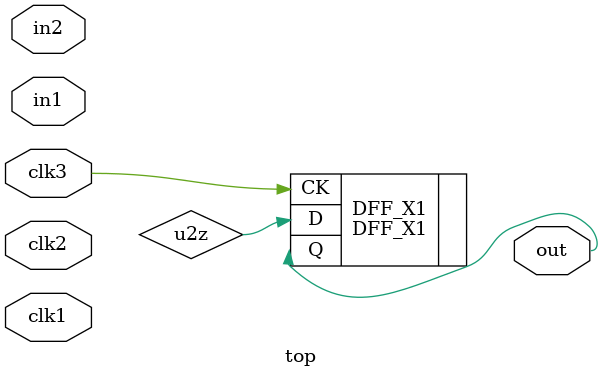
<source format=v>
module top (in1, in2, clk1, clk2, clk3, out);
  input in1, in2, clk1, clk2, clk3;
  output out;
  wire r1q, r2q, u1z, u2z;

  BUF_X1 BUF_X1 (.A(r2q), .Z(u1z));
  BUF_X2 BUF_X2 (.A(r2q), .Z(u1z));
  BUF_X4 BUF_X4 (.A(r2q), .Z(u1z));
  BUF_X8 BUF_X8 (.A(r2q), .Z(u1z));
  BUF_X16 BUF_X16 (.A(r2q), .Z(u1z));
  BUF_X32 BUF_X32 (.A(r2q), .Z(u1z));
  DFF_X1 DFF_X1 (.D(u2z), .CK(clk3), .Q(out));
endmodule // top

</source>
